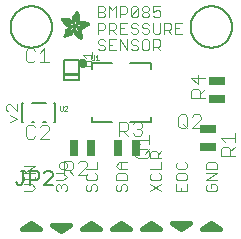
<source format=gbr>
G04 EAGLE Gerber RS-274X export*
G75*
%MOMM*%
%FSLAX34Y34*%
%LPD*%
%INSilkscreen Top*%
%IPPOS*%
%AMOC8*
5,1,8,0,0,1.08239X$1,22.5*%
G01*
%ADD10C,0.406400*%
%ADD11C,0.076200*%
%ADD12C,0.127000*%
%ADD13C,0.350000*%
%ADD14C,0.025400*%
%ADD15C,0.101600*%
%ADD16C,0.152400*%
%ADD17R,0.650000X1.400000*%
%ADD18R,1.400000X0.650000*%
%ADD19R,0.034300X0.003800*%
%ADD20R,0.057200X0.003800*%
%ADD21R,0.076200X0.003800*%
%ADD22R,0.091400X0.003800*%
%ADD23R,0.102900X0.003800*%
%ADD24R,0.114300X0.003900*%
%ADD25R,0.129500X0.003800*%
%ADD26R,0.137200X0.003800*%
%ADD27R,0.144800X0.003800*%
%ADD28R,0.152400X0.003800*%
%ADD29R,0.160000X0.003800*%
%ADD30R,0.171500X0.003800*%
%ADD31R,0.175300X0.003800*%
%ADD32R,0.182900X0.003800*%
%ADD33R,0.190500X0.003800*%
%ADD34R,0.194300X0.003900*%
%ADD35R,0.201900X0.003800*%
%ADD36R,0.209500X0.003800*%
%ADD37R,0.213400X0.003800*%
%ADD38R,0.221000X0.003800*%
%ADD39R,0.224800X0.003800*%
%ADD40R,0.232400X0.003800*%
%ADD41R,0.240000X0.003800*%
%ADD42R,0.243800X0.003800*%
%ADD43R,0.247600X0.003800*%
%ADD44R,0.255300X0.003900*%
%ADD45R,0.259100X0.003800*%
%ADD46R,0.262900X0.003800*%
%ADD47R,0.270500X0.003800*%
%ADD48R,0.274300X0.003800*%
%ADD49R,0.281900X0.003800*%
%ADD50R,0.285700X0.003800*%
%ADD51R,0.289500X0.003800*%
%ADD52R,0.297200X0.003800*%
%ADD53R,0.301000X0.003800*%
%ADD54R,0.304800X0.003900*%
%ADD55R,0.312400X0.003800*%
%ADD56R,0.316200X0.003800*%
%ADD57R,0.320000X0.003800*%
%ADD58R,0.327600X0.003800*%
%ADD59R,0.331500X0.003800*%
%ADD60R,0.339100X0.003800*%
%ADD61R,0.342900X0.003800*%
%ADD62R,0.346700X0.003800*%
%ADD63R,0.354300X0.003800*%
%ADD64R,0.358100X0.003900*%
%ADD65R,0.361900X0.003800*%
%ADD66R,0.369600X0.003800*%
%ADD67R,0.373400X0.003800*%
%ADD68R,0.377200X0.003800*%
%ADD69R,0.384800X0.003800*%
%ADD70R,0.388600X0.003800*%
%ADD71R,0.396200X0.003800*%
%ADD72R,0.400000X0.003800*%
%ADD73R,0.403800X0.003800*%
%ADD74R,0.411500X0.003900*%
%ADD75R,0.415300X0.003800*%
%ADD76R,0.419100X0.003800*%
%ADD77R,0.045700X0.003800*%
%ADD78R,0.426700X0.003800*%
%ADD79R,0.072400X0.003800*%
%ADD80R,0.430500X0.003800*%
%ADD81R,0.095300X0.003800*%
%ADD82R,0.438100X0.003800*%
%ADD83R,0.110500X0.003800*%
%ADD84R,0.441900X0.003800*%
%ADD85R,0.445800X0.003800*%
%ADD86R,0.144700X0.003800*%
%ADD87R,0.453400X0.003800*%
%ADD88R,0.457200X0.003800*%
%ADD89R,0.175300X0.003900*%
%ADD90R,0.461000X0.003900*%
%ADD91R,0.468600X0.003800*%
%ADD92R,0.205800X0.003800*%
%ADD93R,0.472400X0.003800*%
%ADD94R,0.217200X0.003800*%
%ADD95R,0.476200X0.003800*%
%ADD96R,0.483900X0.003800*%
%ADD97R,0.247700X0.003800*%
%ADD98R,0.487700X0.003800*%
%ADD99R,0.495300X0.003800*%
%ADD100R,0.499100X0.003800*%
%ADD101R,0.502900X0.003800*%
%ADD102R,0.510500X0.003800*%
%ADD103R,0.308600X0.003900*%
%ADD104R,0.514300X0.003900*%
%ADD105R,0.323800X0.003800*%
%ADD106R,0.518100X0.003800*%
%ADD107R,0.335300X0.003800*%
%ADD108R,0.525800X0.003800*%
%ADD109R,0.529600X0.003800*%
%ADD110R,0.358100X0.003800*%
%ADD111R,0.533400X0.003800*%
%ADD112R,0.537200X0.003800*%
%ADD113R,0.381000X0.003800*%
%ADD114R,0.544800X0.003800*%
%ADD115R,0.392400X0.003800*%
%ADD116R,0.548600X0.003800*%
%ADD117R,0.552400X0.003800*%
%ADD118R,0.556200X0.003800*%
%ADD119R,0.422900X0.003900*%
%ADD120R,0.560100X0.003900*%
%ADD121R,0.434300X0.003800*%
%ADD122R,0.563900X0.003800*%
%ADD123R,0.567700X0.003800*%
%ADD124R,0.461000X0.003800*%
%ADD125R,0.571500X0.003800*%
%ADD126R,0.575300X0.003800*%
%ADD127R,0.480100X0.003800*%
%ADD128R,0.579100X0.003800*%
%ADD129R,0.491500X0.003800*%
%ADD130R,0.582900X0.003800*%
%ADD131R,0.586700X0.003800*%
%ADD132R,0.510600X0.003800*%
%ADD133R,0.590500X0.003800*%
%ADD134R,0.522000X0.003800*%
%ADD135R,0.594300X0.003800*%
%ADD136R,0.533400X0.003900*%
%ADD137R,0.598200X0.003900*%
%ADD138R,0.541000X0.003800*%
%ADD139R,0.602000X0.003800*%
%ADD140R,0.552500X0.003800*%
%ADD141R,0.605800X0.003800*%
%ADD142R,0.560100X0.003800*%
%ADD143R,0.609600X0.003800*%
%ADD144R,0.613400X0.003800*%
%ADD145R,0.583000X0.003800*%
%ADD146R,0.617200X0.003800*%
%ADD147R,0.594400X0.003800*%
%ADD148R,0.621000X0.003800*%
%ADD149R,0.598200X0.003800*%
%ADD150R,0.624800X0.003800*%
%ADD151R,0.613500X0.003900*%
%ADD152R,0.628600X0.003900*%
%ADD153R,0.632400X0.003800*%
%ADD154R,0.628600X0.003800*%
%ADD155R,0.636300X0.003800*%
%ADD156R,0.640100X0.003800*%
%ADD157R,0.636200X0.003800*%
%ADD158R,0.643900X0.003800*%
%ADD159R,0.647700X0.003800*%
%ADD160R,0.651500X0.003800*%
%ADD161R,0.659100X0.003800*%
%ADD162R,0.659100X0.003900*%
%ADD163R,0.655300X0.003900*%
%ADD164R,0.662900X0.003800*%
%ADD165R,0.655300X0.003800*%
%ADD166R,0.670500X0.003800*%
%ADD167R,0.670600X0.003800*%
%ADD168R,0.674400X0.003800*%
%ADD169R,0.682000X0.003800*%
%ADD170R,0.666700X0.003800*%
%ADD171R,0.685800X0.003800*%
%ADD172R,0.689600X0.003800*%
%ADD173R,0.693400X0.003900*%
%ADD174R,0.674400X0.003900*%
%ADD175R,0.697200X0.003800*%
%ADD176R,0.678200X0.003800*%
%ADD177R,0.697300X0.003800*%
%ADD178R,0.701100X0.003800*%
%ADD179R,0.704900X0.003800*%
%ADD180R,0.708700X0.003800*%
%ADD181R,0.712500X0.003800*%
%ADD182R,0.716300X0.003800*%
%ADD183R,0.720100X0.003900*%
%ADD184R,0.689600X0.003900*%
%ADD185R,0.720000X0.003800*%
%ADD186R,0.693400X0.003800*%
%ADD187R,0.723900X0.003800*%
%ADD188R,0.727700X0.003800*%
%ADD189R,0.731500X0.003800*%
%ADD190R,0.701000X0.003800*%
%ADD191R,0.735300X0.003800*%
%ADD192R,0.731500X0.003900*%
%ADD193R,0.701000X0.003900*%
%ADD194R,0.704800X0.003800*%
%ADD195R,0.739100X0.003800*%
%ADD196R,0.743000X0.003800*%
%ADD197R,0.739200X0.003800*%
%ADD198R,0.743000X0.003900*%
%ADD199R,0.704800X0.003900*%
%ADD200R,0.746800X0.003800*%
%ADD201R,0.746800X0.003900*%
%ADD202R,0.742900X0.003800*%
%ADD203R,0.746700X0.003800*%
%ADD204R,0.746700X0.003900*%
%ADD205R,1.428800X0.003800*%
%ADD206R,1.424900X0.003800*%
%ADD207R,1.421100X0.003900*%
%ADD208R,1.421100X0.003800*%
%ADD209R,1.417300X0.003800*%
%ADD210R,1.413500X0.003800*%
%ADD211R,1.409700X0.003800*%
%ADD212R,1.405900X0.003800*%
%ADD213R,1.402100X0.003800*%
%ADD214R,1.398300X0.003800*%
%ADD215R,0.983000X0.003900*%
%ADD216R,0.384800X0.003900*%
%ADD217R,0.971600X0.003800*%
%ADD218R,0.963900X0.003800*%
%ADD219R,0.956300X0.003800*%
%ADD220R,0.365800X0.003800*%
%ADD221R,0.952500X0.003800*%
%ADD222R,0.941000X0.003800*%
%ADD223R,0.358200X0.003800*%
%ADD224R,0.937200X0.003800*%
%ADD225R,0.933400X0.003800*%
%ADD226R,0.354400X0.003800*%
%ADD227R,0.925800X0.003800*%
%ADD228R,0.350500X0.003800*%
%ADD229R,0.922000X0.003800*%
%ADD230R,0.918200X0.003900*%
%ADD231R,0.346700X0.003900*%
%ADD232R,0.910600X0.003800*%
%ADD233R,0.906800X0.003800*%
%ADD234R,0.903000X0.003800*%
%ADD235R,0.339000X0.003800*%
%ADD236R,0.895300X0.003800*%
%ADD237R,0.335200X0.003800*%
%ADD238R,0.887700X0.003800*%
%ADD239R,0.883900X0.003800*%
%ADD240R,0.331400X0.003800*%
%ADD241R,0.880100X0.003800*%
%ADD242R,0.876300X0.003800*%
%ADD243R,0.468600X0.003900*%
%ADD244R,0.396200X0.003900*%
%ADD245R,0.323800X0.003900*%
%ADD246R,0.449600X0.003800*%
%ADD247R,0.323900X0.003800*%
%ADD248R,0.442000X0.003800*%
%ADD249R,0.434400X0.003800*%
%ADD250R,0.320100X0.003800*%
%ADD251R,0.316300X0.003800*%
%ADD252R,0.426800X0.003800*%
%ADD253R,0.327700X0.003800*%
%ADD254R,0.312500X0.003800*%
%ADD255R,0.422900X0.003800*%
%ADD256R,0.308600X0.003800*%
%ADD257R,0.293400X0.003800*%
%ADD258R,0.304800X0.003800*%
%ADD259R,0.419100X0.003900*%
%ADD260R,0.285700X0.003900*%
%ADD261R,0.301000X0.003900*%
%ADD262R,0.411500X0.003800*%
%ADD263R,0.407700X0.003800*%
%ADD264R,0.289600X0.003800*%
%ADD265R,0.285800X0.003800*%
%ADD266R,0.403900X0.003800*%
%ADD267R,0.228600X0.003800*%
%ADD268R,0.403900X0.003900*%
%ADD269R,0.221000X0.003900*%
%ADD270R,0.278100X0.003900*%
%ADD271R,0.400100X0.003800*%
%ADD272R,0.209600X0.003800*%
%ADD273R,0.266700X0.003800*%
%ADD274R,0.038100X0.003800*%
%ADD275R,0.194300X0.003800*%
%ADD276R,0.148600X0.003800*%
%ADD277R,0.259000X0.003800*%
%ADD278R,0.182800X0.003800*%
%ADD279R,0.186700X0.003800*%
%ADD280R,0.251400X0.003800*%
%ADD281R,0.179100X0.003800*%
%ADD282R,0.236200X0.003800*%
%ADD283R,0.243900X0.003900*%
%ADD284R,0.282000X0.003900*%
%ADD285R,0.167700X0.003800*%
%ADD286R,0.236300X0.003800*%
%ADD287R,0.396300X0.003800*%
%ADD288R,0.163900X0.003800*%
%ADD289R,0.392500X0.003800*%
%ADD290R,0.160100X0.003800*%
%ADD291R,0.586800X0.003800*%
%ADD292R,0.148500X0.003800*%
%ADD293R,0.140900X0.003800*%
%ADD294R,0.392400X0.003900*%
%ADD295R,0.140900X0.003900*%
%ADD296R,0.647700X0.003900*%
%ADD297R,0.133300X0.003800*%
%ADD298R,0.674300X0.003800*%
%ADD299R,0.388700X0.003800*%
%ADD300R,0.125700X0.003800*%
%ADD301R,0.121900X0.003800*%
%ADD302R,0.720100X0.003800*%
%ADD303R,0.118100X0.003800*%
%ADD304R,0.118100X0.003900*%
%ADD305R,0.739100X0.003900*%
%ADD306R,0.114300X0.003800*%
%ADD307R,0.754400X0.003800*%
%ADD308R,0.765800X0.003800*%
%ADD309R,0.773400X0.003800*%
%ADD310R,0.784800X0.003800*%
%ADD311R,0.118200X0.003800*%
%ADD312R,0.792500X0.003800*%
%ADD313R,0.803900X0.003800*%
%ADD314R,0.122000X0.003800*%
%ADD315R,0.815400X0.003800*%
%ADD316R,0.125800X0.003800*%
%ADD317R,0.826800X0.003800*%
%ADD318R,0.369500X0.003900*%
%ADD319R,0.133400X0.003900*%
%ADD320R,0.842000X0.003900*%
%ADD321R,0.365700X0.003800*%
%ADD322R,1.009700X0.003800*%
%ADD323R,1.013500X0.003800*%
%ADD324R,0.362000X0.003800*%
%ADD325R,1.024900X0.003800*%
%ADD326R,1.028700X0.003800*%
%ADD327R,1.036300X0.003800*%
%ADD328R,1.047800X0.003800*%
%ADD329R,1.055400X0.003800*%
%ADD330R,1.070600X0.003800*%
%ADD331R,0.030500X0.003800*%
%ADD332R,1.436400X0.003800*%
%ADD333R,1.562100X0.003900*%
%ADD334R,1.588700X0.003800*%
%ADD335R,1.607800X0.003800*%
%ADD336R,1.626900X0.003800*%
%ADD337R,1.642100X0.003800*%
%ADD338R,1.657400X0.003800*%
%ADD339R,1.676400X0.003800*%
%ADD340R,1.687800X0.003800*%
%ADD341R,1.703000X0.003800*%
%ADD342R,1.714500X0.003800*%
%ADD343R,1.726000X0.003900*%
%ADD344R,1.741200X0.003800*%
%ADD345R,0.914400X0.003800*%
%ADD346R,0.769600X0.003800*%
%ADD347R,0.884000X0.003800*%
%ADD348R,0.712400X0.003800*%
%ADD349R,0.880100X0.003900*%
%ADD350R,0.887800X0.003800*%
%ADD351R,0.891600X0.003800*%
%ADD352R,0.895400X0.003800*%
%ADD353R,0.251500X0.003800*%
%ADD354R,0.579200X0.003900*%
%ADD355R,0.243900X0.003800*%
%ADD356R,0.556300X0.003800*%
%ADD357R,0.255200X0.003800*%
%ADD358R,0.529500X0.003800*%
%ADD359R,0.731600X0.003800*%
%ADD360R,0.525800X0.003900*%
%ADD361R,0.281900X0.003900*%
%ADD362R,0.735400X0.003900*%
%ADD363R,0.300900X0.003800*%
%ADD364R,0.762000X0.003800*%
%ADD365R,0.518200X0.003800*%
%ADD366R,0.350600X0.003800*%
%ADD367R,0.796300X0.003800*%
%ADD368R,0.807800X0.003800*%
%ADD369R,0.506700X0.003800*%
%ADD370R,0.849600X0.003800*%
%ADD371R,0.506700X0.003900*%
%ADD372R,1.371600X0.003900*%
%ADD373R,1.207800X0.003800*%
%ADD374R,0.503000X0.003800*%
%ADD375R,0.141000X0.003800*%
%ADD376R,1.203900X0.003800*%
%ADD377R,1.204000X0.003800*%
%ADD378R,1.200200X0.003800*%
%ADD379R,0.499100X0.003900*%
%ADD380R,0.156200X0.003900*%
%ADD381R,1.196400X0.003900*%
%ADD382R,1.196400X0.003800*%
%ADD383R,0.163800X0.003800*%
%ADD384R,0.167600X0.003800*%
%ADD385R,1.192500X0.003800*%
%ADD386R,0.499200X0.003800*%
%ADD387R,1.188700X0.003800*%
%ADD388R,0.506800X0.003800*%
%ADD389R,1.184900X0.003800*%
%ADD390R,0.510600X0.003900*%
%ADD391R,0.209600X0.003900*%
%ADD392R,1.181100X0.003900*%
%ADD393R,0.514400X0.003800*%
%ADD394R,1.181100X0.003800*%
%ADD395R,1.177300X0.003800*%
%ADD396R,0.240100X0.003800*%
%ADD397R,1.173500X0.003800*%
%ADD398R,1.169700X0.003800*%
%ADD399R,1.165900X0.003800*%
%ADD400R,1.162100X0.003800*%
%ADD401R,0.929700X0.003900*%
%ADD402R,1.162100X0.003900*%
%ADD403R,0.929700X0.003800*%
%ADD404R,1.154500X0.003800*%
%ADD405R,0.933500X0.003800*%
%ADD406R,1.150600X0.003800*%
%ADD407R,0.937300X0.003800*%
%ADD408R,1.146800X0.003800*%
%ADD409R,0.941100X0.003800*%
%ADD410R,1.139200X0.003800*%
%ADD411R,0.944900X0.003800*%
%ADD412R,1.135400X0.003800*%
%ADD413R,0.948700X0.003800*%
%ADD414R,1.127800X0.003800*%
%ADD415R,1.124000X0.003800*%
%ADD416R,1.116400X0.003800*%
%ADD417R,0.956300X0.003900*%
%ADD418R,1.104900X0.003900*%
%ADD419R,0.960100X0.003800*%
%ADD420R,1.093500X0.003800*%
%ADD421R,1.085900X0.003800*%
%ADD422R,0.967800X0.003800*%
%ADD423R,1.074500X0.003800*%
%ADD424R,1.063000X0.003800*%
%ADD425R,0.975400X0.003800*%
%ADD426R,1.036400X0.003800*%
%ADD427R,0.979200X0.003800*%
%ADD428R,1.021000X0.003800*%
%ADD429R,0.983000X0.003800*%
%ADD430R,1.009600X0.003800*%
%ADD431R,0.986800X0.003800*%
%ADD432R,0.998200X0.003800*%
%ADD433R,0.990600X0.003900*%
%ADD434R,0.986700X0.003900*%
%ADD435R,0.994400X0.003800*%
%ADD436R,0.975300X0.003800*%
%ADD437R,0.948600X0.003800*%
%ADD438R,1.002000X0.003800*%
%ADD439R,0.213300X0.003800*%
%ADD440R,0.217100X0.003800*%
%ADD441R,1.017300X0.003800*%
%ADD442R,0.666800X0.003800*%
%ADD443R,0.220900X0.003800*%
%ADD444R,1.028700X0.003900*%
%ADD445R,0.224700X0.003900*%
%ADD446R,1.032500X0.003800*%
%ADD447R,1.040100X0.003800*%
%ADD448R,1.043900X0.003800*%
%ADD449R,0.548700X0.003800*%
%ADD450R,1.051500X0.003800*%
%ADD451R,1.055300X0.003800*%
%ADD452R,1.059100X0.003800*%
%ADD453R,1.062900X0.003800*%
%ADD454R,0.255300X0.003800*%
%ADD455R,1.066800X0.003900*%
%ADD456R,0.259100X0.003900*%
%ADD457R,0.457200X0.003900*%
%ADD458R,0.423000X0.003800*%
%ADD459R,1.082100X0.003800*%
%ADD460R,0.274400X0.003800*%
%ADD461R,0.278200X0.003800*%
%ADD462R,1.101100X0.003800*%
%ADD463R,0.278100X0.003800*%
%ADD464R,0.876300X0.003900*%
%ADD465R,0.236200X0.003900*%
%ADD466R,0.289600X0.003900*%
%ADD467R,0.247700X0.003900*%
%ADD468R,0.049500X0.003800*%
%ADD469R,0.640100X0.003900*%
%ADD470R,0.659200X0.003800*%
%ADD471R,0.663000X0.003800*%
%ADD472R,0.872500X0.003900*%
%ADD473R,0.666800X0.003900*%
%ADD474R,0.872500X0.003800*%
%ADD475R,0.868700X0.003800*%
%ADD476R,0.864900X0.003800*%
%ADD477R,0.861100X0.003800*%
%ADD478R,0.857300X0.003800*%
%ADD479R,0.853400X0.003800*%
%ADD480R,0.845800X0.003800*%
%ADD481R,0.682000X0.003900*%
%ADD482R,0.842000X0.003800*%
%ADD483R,0.834400X0.003800*%
%ADD484R,0.823000X0.003800*%
%ADD485R,0.815300X0.003800*%
%ADD486R,0.811500X0.003800*%
%ADD487R,0.788700X0.003800*%
%ADD488R,0.777300X0.003900*%
%ADD489R,0.750600X0.003800*%
%ADD490R,0.735400X0.003800*%
%ADD491R,0.727800X0.003800*%
%ADD492R,0.628700X0.003800*%
%ADD493R,0.575400X0.003800*%
%ADD494R,0.670600X0.003900*%
%ADD495R,0.655400X0.003800*%
%ADD496R,0.651500X0.003900*%
%ADD497R,0.624800X0.003900*%
%ADD498R,0.594400X0.003900*%
%ADD499R,0.563900X0.003900*%
%ADD500R,0.541100X0.003800*%
%ADD501R,0.537300X0.003800*%
%ADD502R,0.525700X0.003800*%
%ADD503R,0.525700X0.003900*%
%ADD504R,0.514300X0.003800*%
%ADD505R,0.480100X0.003900*%
%ADD506R,0.464800X0.003800*%
%ADD507R,0.442000X0.003900*%
%ADD508R,0.438200X0.003800*%
%ADD509R,0.430600X0.003800*%
%ADD510R,0.407600X0.003800*%
%ADD511R,0.403800X0.003900*%
%ADD512R,0.365700X0.003900*%
%ADD513R,0.327700X0.003900*%
%ADD514R,0.243800X0.003900*%
%ADD515R,0.205800X0.003900*%
%ADD516R,0.198100X0.003800*%
%ADD517R,0.163800X0.003900*%
%ADD518R,0.137100X0.003800*%
%ADD519R,0.091500X0.003900*%
%ADD520R,0.060900X0.003800*%


D10*
X43180Y10160D02*
X58420Y10160D01*
X50800Y5080D01*
X43180Y10160D01*
X68580Y6350D02*
X76200Y11430D01*
X68580Y6350D02*
X83820Y6350D01*
X76200Y11430D01*
X93980Y6350D02*
X101600Y11430D01*
X93980Y6350D02*
X109220Y6350D01*
X101600Y11430D01*
X25400Y11430D02*
X17780Y6350D01*
X33020Y6350D01*
X25400Y11430D01*
X119380Y6350D02*
X127000Y11430D01*
X119380Y6350D02*
X134620Y6350D01*
X127000Y11430D01*
X144780Y11430D02*
X160020Y11430D01*
X152400Y6350D01*
X144780Y11430D01*
X170180Y6350D02*
X177800Y11430D01*
X170180Y6350D02*
X185420Y6350D01*
X177800Y11430D01*
D11*
X25694Y38481D02*
X19423Y38481D01*
X25694Y38481D02*
X28829Y41616D01*
X25694Y44752D01*
X19423Y44752D01*
X28829Y47836D02*
X28829Y50972D01*
X28829Y49404D02*
X19423Y49404D01*
X19423Y47836D02*
X19423Y50972D01*
X19423Y54073D02*
X28829Y54073D01*
X28829Y60344D02*
X19423Y54073D01*
X19423Y60344D02*
X28829Y60344D01*
X71493Y43184D02*
X73061Y44752D01*
X71493Y43184D02*
X71493Y40049D01*
X73061Y38481D01*
X74628Y38481D01*
X76196Y40049D01*
X76196Y43184D01*
X77764Y44752D01*
X79331Y44752D01*
X80899Y43184D01*
X80899Y40049D01*
X79331Y38481D01*
X71493Y52539D02*
X73061Y54107D01*
X71493Y52539D02*
X71493Y49404D01*
X73061Y47836D01*
X79331Y47836D01*
X80899Y49404D01*
X80899Y52539D01*
X79331Y54107D01*
X80899Y57191D02*
X71493Y57191D01*
X80899Y57191D02*
X80899Y63462D01*
X98461Y44752D02*
X96893Y43184D01*
X96893Y40049D01*
X98461Y38481D01*
X100028Y38481D01*
X101596Y40049D01*
X101596Y43184D01*
X103164Y44752D01*
X104731Y44752D01*
X106299Y43184D01*
X106299Y40049D01*
X104731Y38481D01*
X106299Y47836D02*
X96893Y47836D01*
X106299Y47836D02*
X106299Y52539D01*
X104731Y54107D01*
X98461Y54107D01*
X96893Y52539D01*
X96893Y47836D01*
X100028Y57191D02*
X106299Y57191D01*
X100028Y57191D02*
X96893Y60327D01*
X100028Y63462D01*
X106299Y63462D01*
X101596Y63462D02*
X101596Y57191D01*
X126103Y38481D02*
X135509Y44752D01*
X135509Y38481D02*
X126103Y44752D01*
X126103Y52539D02*
X127671Y54107D01*
X126103Y52539D02*
X126103Y49404D01*
X127671Y47836D01*
X133941Y47836D01*
X135509Y49404D01*
X135509Y52539D01*
X133941Y54107D01*
X135509Y57191D02*
X126103Y57191D01*
X135509Y57191D02*
X135509Y63462D01*
X135509Y66547D02*
X126103Y66547D01*
X126103Y71250D01*
X127671Y72817D01*
X130806Y72817D01*
X132374Y71250D01*
X132374Y66547D01*
X132374Y69682D02*
X135509Y72817D01*
X147693Y44752D02*
X147693Y38481D01*
X157099Y38481D01*
X157099Y44752D01*
X152396Y41616D02*
X152396Y38481D01*
X147693Y49404D02*
X147693Y52539D01*
X147693Y49404D02*
X149261Y47836D01*
X155531Y47836D01*
X157099Y49404D01*
X157099Y52539D01*
X155531Y54107D01*
X149261Y54107D01*
X147693Y52539D01*
X147693Y61894D02*
X149261Y63462D01*
X147693Y61894D02*
X147693Y58759D01*
X149261Y57191D01*
X155531Y57191D01*
X157099Y58759D01*
X157099Y61894D01*
X155531Y63462D01*
X174661Y44752D02*
X173093Y43184D01*
X173093Y40049D01*
X174661Y38481D01*
X180931Y38481D01*
X182499Y40049D01*
X182499Y43184D01*
X180931Y44752D01*
X177796Y44752D01*
X177796Y41616D01*
X182499Y47836D02*
X173093Y47836D01*
X182499Y54107D01*
X173093Y54107D01*
X173093Y57191D02*
X182499Y57191D01*
X182499Y61894D01*
X180931Y63462D01*
X174661Y63462D01*
X173093Y61894D01*
X173093Y57191D01*
X81661Y185801D02*
X81661Y195207D01*
X86364Y195207D01*
X87932Y193639D01*
X87932Y192072D01*
X86364Y190504D01*
X87932Y188936D01*
X87932Y187369D01*
X86364Y185801D01*
X81661Y185801D01*
X81661Y190504D02*
X86364Y190504D01*
X91016Y185801D02*
X91016Y195207D01*
X94152Y192072D01*
X97287Y195207D01*
X97287Y185801D01*
X100371Y185801D02*
X100371Y195207D01*
X105074Y195207D01*
X106642Y193639D01*
X106642Y190504D01*
X105074Y188936D01*
X100371Y188936D01*
X109727Y187369D02*
X109727Y193639D01*
X111294Y195207D01*
X114430Y195207D01*
X115997Y193639D01*
X115997Y187369D01*
X114430Y185801D01*
X111294Y185801D01*
X109727Y187369D01*
X115997Y193639D01*
X119082Y193639D02*
X120649Y195207D01*
X123785Y195207D01*
X125352Y193639D01*
X125352Y192072D01*
X123785Y190504D01*
X125352Y188936D01*
X125352Y187369D01*
X123785Y185801D01*
X120649Y185801D01*
X119082Y187369D01*
X119082Y188936D01*
X120649Y190504D01*
X119082Y192072D01*
X119082Y193639D01*
X120649Y190504D02*
X123785Y190504D01*
X128437Y195207D02*
X134708Y195207D01*
X128437Y195207D02*
X128437Y190504D01*
X131572Y192072D01*
X133140Y192072D01*
X134708Y190504D01*
X134708Y187369D01*
X133140Y185801D01*
X130005Y185801D01*
X128437Y187369D01*
X81661Y181237D02*
X81661Y171831D01*
X81661Y181237D02*
X86364Y181237D01*
X87932Y179669D01*
X87932Y176534D01*
X86364Y174966D01*
X81661Y174966D01*
X91016Y171831D02*
X91016Y181237D01*
X95719Y181237D01*
X97287Y179669D01*
X97287Y176534D01*
X95719Y174966D01*
X91016Y174966D01*
X94152Y174966D02*
X97287Y171831D01*
X100371Y181237D02*
X106642Y181237D01*
X100371Y181237D02*
X100371Y171831D01*
X106642Y171831D01*
X103507Y176534D02*
X100371Y176534D01*
X114430Y181237D02*
X115997Y179669D01*
X114430Y181237D02*
X111294Y181237D01*
X109727Y179669D01*
X109727Y178102D01*
X111294Y176534D01*
X114430Y176534D01*
X115997Y174966D01*
X115997Y173399D01*
X114430Y171831D01*
X111294Y171831D01*
X109727Y173399D01*
X123785Y181237D02*
X125352Y179669D01*
X123785Y181237D02*
X120649Y181237D01*
X119082Y179669D01*
X119082Y178102D01*
X120649Y176534D01*
X123785Y176534D01*
X125352Y174966D01*
X125352Y173399D01*
X123785Y171831D01*
X120649Y171831D01*
X119082Y173399D01*
X128437Y173399D02*
X128437Y181237D01*
X128437Y173399D02*
X130005Y171831D01*
X133140Y171831D01*
X134708Y173399D01*
X134708Y181237D01*
X137792Y181237D02*
X137792Y171831D01*
X137792Y181237D02*
X142495Y181237D01*
X144063Y179669D01*
X144063Y176534D01*
X142495Y174966D01*
X137792Y174966D01*
X140927Y174966D02*
X144063Y171831D01*
X147147Y181237D02*
X153418Y181237D01*
X147147Y181237D02*
X147147Y171831D01*
X153418Y171831D01*
X150283Y176534D02*
X147147Y176534D01*
X87932Y165699D02*
X86364Y167267D01*
X83229Y167267D01*
X81661Y165699D01*
X81661Y164132D01*
X83229Y162564D01*
X86364Y162564D01*
X87932Y160996D01*
X87932Y159429D01*
X86364Y157861D01*
X83229Y157861D01*
X81661Y159429D01*
X91016Y167267D02*
X97287Y167267D01*
X91016Y167267D02*
X91016Y157861D01*
X97287Y157861D01*
X94152Y162564D02*
X91016Y162564D01*
X100371Y157861D02*
X100371Y167267D01*
X106642Y157861D01*
X106642Y167267D01*
X114430Y167267D02*
X115997Y165699D01*
X114430Y167267D02*
X111294Y167267D01*
X109727Y165699D01*
X109727Y164132D01*
X111294Y162564D01*
X114430Y162564D01*
X115997Y160996D01*
X115997Y159429D01*
X114430Y157861D01*
X111294Y157861D01*
X109727Y159429D01*
X120649Y167267D02*
X123785Y167267D01*
X120649Y167267D02*
X119082Y165699D01*
X119082Y159429D01*
X120649Y157861D01*
X123785Y157861D01*
X125352Y159429D01*
X125352Y165699D01*
X123785Y167267D01*
X128437Y167267D02*
X128437Y157861D01*
X128437Y167267D02*
X133140Y167267D01*
X134708Y165699D01*
X134708Y162564D01*
X133140Y160996D01*
X128437Y160996D01*
X131572Y160996D02*
X134708Y157861D01*
X46093Y40049D02*
X47661Y38481D01*
X46093Y40049D02*
X46093Y43184D01*
X47661Y44752D01*
X49228Y44752D01*
X50796Y43184D01*
X50796Y41616D01*
X50796Y43184D02*
X52364Y44752D01*
X53931Y44752D01*
X55499Y43184D01*
X55499Y40049D01*
X53931Y38481D01*
X52364Y47836D02*
X46093Y47836D01*
X52364Y47836D02*
X55499Y50972D01*
X52364Y54107D01*
X46093Y54107D01*
X55499Y58759D02*
X55499Y61894D01*
X53931Y63462D01*
X50796Y63462D01*
X49228Y61894D01*
X49228Y58759D01*
X50796Y57191D01*
X53931Y57191D01*
X55499Y58759D01*
X13589Y100036D02*
X7318Y96901D01*
X7318Y103172D02*
X13589Y100036D01*
X13589Y106256D02*
X13589Y112527D01*
X13589Y106256D02*
X7318Y112527D01*
X5751Y112527D01*
X4183Y110959D01*
X4183Y107824D01*
X5751Y106256D01*
D12*
X76600Y146920D02*
X94100Y146920D01*
X76600Y146920D02*
X76600Y141920D01*
X109100Y146920D02*
X126600Y146920D01*
X126600Y141920D01*
X76600Y101920D02*
X76600Y96920D01*
X94100Y96920D01*
X109100Y96920D02*
X126600Y96920D01*
X126600Y101920D01*
D13*
X67100Y146920D02*
X67102Y147009D01*
X67108Y147098D01*
X67118Y147187D01*
X67132Y147275D01*
X67149Y147362D01*
X67171Y147448D01*
X67197Y147534D01*
X67226Y147618D01*
X67259Y147701D01*
X67295Y147782D01*
X67336Y147862D01*
X67379Y147939D01*
X67426Y148015D01*
X67477Y148088D01*
X67530Y148159D01*
X67587Y148228D01*
X67647Y148294D01*
X67710Y148358D01*
X67775Y148418D01*
X67843Y148476D01*
X67914Y148530D01*
X67987Y148581D01*
X68062Y148629D01*
X68139Y148674D01*
X68218Y148715D01*
X68299Y148752D01*
X68381Y148786D01*
X68465Y148817D01*
X68550Y148843D01*
X68636Y148866D01*
X68723Y148884D01*
X68811Y148899D01*
X68900Y148910D01*
X68989Y148917D01*
X69078Y148920D01*
X69167Y148919D01*
X69256Y148914D01*
X69344Y148905D01*
X69433Y148892D01*
X69520Y148875D01*
X69607Y148855D01*
X69693Y148830D01*
X69777Y148802D01*
X69860Y148770D01*
X69942Y148734D01*
X70022Y148695D01*
X70100Y148652D01*
X70176Y148606D01*
X70250Y148556D01*
X70322Y148503D01*
X70391Y148447D01*
X70458Y148388D01*
X70522Y148326D01*
X70583Y148262D01*
X70642Y148194D01*
X70697Y148124D01*
X70749Y148052D01*
X70798Y147977D01*
X70843Y147901D01*
X70885Y147822D01*
X70923Y147742D01*
X70958Y147660D01*
X70989Y147576D01*
X71017Y147491D01*
X71040Y147405D01*
X71060Y147318D01*
X71076Y147231D01*
X71088Y147142D01*
X71096Y147054D01*
X71100Y146965D01*
X71100Y146875D01*
X71096Y146786D01*
X71088Y146698D01*
X71076Y146609D01*
X71060Y146522D01*
X71040Y146435D01*
X71017Y146349D01*
X70989Y146264D01*
X70958Y146180D01*
X70923Y146098D01*
X70885Y146018D01*
X70843Y145939D01*
X70798Y145863D01*
X70749Y145788D01*
X70697Y145716D01*
X70642Y145646D01*
X70583Y145578D01*
X70522Y145514D01*
X70458Y145452D01*
X70391Y145393D01*
X70322Y145337D01*
X70250Y145284D01*
X70176Y145234D01*
X70100Y145188D01*
X70022Y145145D01*
X69942Y145106D01*
X69860Y145070D01*
X69777Y145038D01*
X69693Y145010D01*
X69607Y144985D01*
X69520Y144965D01*
X69433Y144948D01*
X69344Y144935D01*
X69256Y144926D01*
X69167Y144921D01*
X69078Y144920D01*
X68989Y144923D01*
X68900Y144930D01*
X68811Y144941D01*
X68723Y144956D01*
X68636Y144974D01*
X68550Y144997D01*
X68465Y145023D01*
X68381Y145054D01*
X68299Y145088D01*
X68218Y145125D01*
X68139Y145166D01*
X68062Y145211D01*
X67987Y145259D01*
X67914Y145310D01*
X67843Y145364D01*
X67775Y145422D01*
X67710Y145482D01*
X67647Y145546D01*
X67587Y145612D01*
X67530Y145681D01*
X67477Y145752D01*
X67426Y145825D01*
X67379Y145901D01*
X67336Y145978D01*
X67295Y146058D01*
X67259Y146139D01*
X67226Y146222D01*
X67197Y146306D01*
X67171Y146392D01*
X67149Y146478D01*
X67132Y146565D01*
X67118Y146653D01*
X67108Y146742D01*
X67102Y146831D01*
X67100Y146920D01*
D14*
X76327Y150623D02*
X76327Y153800D01*
X76327Y150623D02*
X76963Y149987D01*
X78234Y149987D01*
X78869Y150623D01*
X78869Y153800D01*
X80069Y152529D02*
X81340Y153800D01*
X81340Y149987D01*
X80069Y149987D02*
X82611Y149987D01*
D15*
X28624Y157573D02*
X26675Y159522D01*
X22777Y159522D01*
X20828Y157573D01*
X20828Y149777D01*
X22777Y147828D01*
X26675Y147828D01*
X28624Y149777D01*
X32522Y155624D02*
X36420Y159522D01*
X36420Y147828D01*
X32522Y147828D02*
X40318Y147828D01*
D16*
X7900Y177800D02*
X7905Y178229D01*
X7921Y178659D01*
X7947Y179087D01*
X7984Y179515D01*
X8032Y179942D01*
X8089Y180368D01*
X8158Y180792D01*
X8236Y181214D01*
X8325Y181634D01*
X8424Y182052D01*
X8534Y182467D01*
X8654Y182880D01*
X8783Y183289D01*
X8923Y183696D01*
X9073Y184098D01*
X9232Y184497D01*
X9401Y184892D01*
X9580Y185282D01*
X9769Y185668D01*
X9966Y186049D01*
X10173Y186426D01*
X10390Y186797D01*
X10615Y187162D01*
X10849Y187522D01*
X11092Y187877D01*
X11344Y188225D01*
X11604Y188567D01*
X11872Y188902D01*
X12149Y189231D01*
X12433Y189552D01*
X12726Y189867D01*
X13026Y190174D01*
X13333Y190474D01*
X13648Y190767D01*
X13969Y191051D01*
X14298Y191328D01*
X14633Y191596D01*
X14975Y191856D01*
X15323Y192108D01*
X15678Y192351D01*
X16038Y192585D01*
X16403Y192810D01*
X16774Y193027D01*
X17151Y193234D01*
X17532Y193431D01*
X17918Y193620D01*
X18308Y193799D01*
X18703Y193968D01*
X19102Y194127D01*
X19504Y194277D01*
X19911Y194417D01*
X20320Y194546D01*
X20733Y194666D01*
X21148Y194776D01*
X21566Y194875D01*
X21986Y194964D01*
X22408Y195042D01*
X22832Y195111D01*
X23258Y195168D01*
X23685Y195216D01*
X24113Y195253D01*
X24541Y195279D01*
X24971Y195295D01*
X25400Y195300D01*
X25829Y195295D01*
X26259Y195279D01*
X26687Y195253D01*
X27115Y195216D01*
X27542Y195168D01*
X27968Y195111D01*
X28392Y195042D01*
X28814Y194964D01*
X29234Y194875D01*
X29652Y194776D01*
X30067Y194666D01*
X30480Y194546D01*
X30889Y194417D01*
X31296Y194277D01*
X31698Y194127D01*
X32097Y193968D01*
X32492Y193799D01*
X32882Y193620D01*
X33268Y193431D01*
X33649Y193234D01*
X34026Y193027D01*
X34397Y192810D01*
X34762Y192585D01*
X35122Y192351D01*
X35477Y192108D01*
X35825Y191856D01*
X36167Y191596D01*
X36502Y191328D01*
X36831Y191051D01*
X37152Y190767D01*
X37467Y190474D01*
X37774Y190174D01*
X38074Y189867D01*
X38367Y189552D01*
X38651Y189231D01*
X38928Y188902D01*
X39196Y188567D01*
X39456Y188225D01*
X39708Y187877D01*
X39951Y187522D01*
X40185Y187162D01*
X40410Y186797D01*
X40627Y186426D01*
X40834Y186049D01*
X41031Y185668D01*
X41220Y185282D01*
X41399Y184892D01*
X41568Y184497D01*
X41727Y184098D01*
X41877Y183696D01*
X42017Y183289D01*
X42146Y182880D01*
X42266Y182467D01*
X42376Y182052D01*
X42475Y181634D01*
X42564Y181214D01*
X42642Y180792D01*
X42711Y180368D01*
X42768Y179942D01*
X42816Y179515D01*
X42853Y179087D01*
X42879Y178659D01*
X42895Y178229D01*
X42900Y177800D01*
X42895Y177371D01*
X42879Y176941D01*
X42853Y176513D01*
X42816Y176085D01*
X42768Y175658D01*
X42711Y175232D01*
X42642Y174808D01*
X42564Y174386D01*
X42475Y173966D01*
X42376Y173548D01*
X42266Y173133D01*
X42146Y172720D01*
X42017Y172311D01*
X41877Y171904D01*
X41727Y171502D01*
X41568Y171103D01*
X41399Y170708D01*
X41220Y170318D01*
X41031Y169932D01*
X40834Y169551D01*
X40627Y169174D01*
X40410Y168803D01*
X40185Y168438D01*
X39951Y168078D01*
X39708Y167723D01*
X39456Y167375D01*
X39196Y167033D01*
X38928Y166698D01*
X38651Y166369D01*
X38367Y166048D01*
X38074Y165733D01*
X37774Y165426D01*
X37467Y165126D01*
X37152Y164833D01*
X36831Y164549D01*
X36502Y164272D01*
X36167Y164004D01*
X35825Y163744D01*
X35477Y163492D01*
X35122Y163249D01*
X34762Y163015D01*
X34397Y162790D01*
X34026Y162573D01*
X33649Y162366D01*
X33268Y162169D01*
X32882Y161980D01*
X32492Y161801D01*
X32097Y161632D01*
X31698Y161473D01*
X31296Y161323D01*
X30889Y161183D01*
X30480Y161054D01*
X30067Y160934D01*
X29652Y160824D01*
X29234Y160725D01*
X28814Y160636D01*
X28392Y160558D01*
X27968Y160489D01*
X27542Y160432D01*
X27115Y160384D01*
X26687Y160347D01*
X26259Y160321D01*
X25829Y160305D01*
X25400Y160300D01*
X24971Y160305D01*
X24541Y160321D01*
X24113Y160347D01*
X23685Y160384D01*
X23258Y160432D01*
X22832Y160489D01*
X22408Y160558D01*
X21986Y160636D01*
X21566Y160725D01*
X21148Y160824D01*
X20733Y160934D01*
X20320Y161054D01*
X19911Y161183D01*
X19504Y161323D01*
X19102Y161473D01*
X18703Y161632D01*
X18308Y161801D01*
X17918Y161980D01*
X17532Y162169D01*
X17151Y162366D01*
X16774Y162573D01*
X16403Y162790D01*
X16038Y163015D01*
X15678Y163249D01*
X15323Y163492D01*
X14975Y163744D01*
X14633Y164004D01*
X14298Y164272D01*
X13969Y164549D01*
X13648Y164833D01*
X13333Y165126D01*
X13026Y165426D01*
X12726Y165733D01*
X12433Y166048D01*
X12149Y166369D01*
X11872Y166698D01*
X11604Y167033D01*
X11344Y167375D01*
X11092Y167723D01*
X10849Y168078D01*
X10615Y168438D01*
X10390Y168803D01*
X10173Y169174D01*
X9966Y169551D01*
X9769Y169932D01*
X9580Y170318D01*
X9401Y170708D01*
X9232Y171103D01*
X9073Y171502D01*
X8923Y171904D01*
X8783Y172311D01*
X8654Y172720D01*
X8534Y173133D01*
X8424Y173548D01*
X8325Y173966D01*
X8236Y174386D01*
X8158Y174808D01*
X8089Y175232D01*
X8032Y175658D01*
X7984Y176085D01*
X7947Y176513D01*
X7921Y176941D01*
X7905Y177371D01*
X7900Y177800D01*
X160300Y177800D02*
X160305Y178229D01*
X160321Y178659D01*
X160347Y179087D01*
X160384Y179515D01*
X160432Y179942D01*
X160489Y180368D01*
X160558Y180792D01*
X160636Y181214D01*
X160725Y181634D01*
X160824Y182052D01*
X160934Y182467D01*
X161054Y182880D01*
X161183Y183289D01*
X161323Y183696D01*
X161473Y184098D01*
X161632Y184497D01*
X161801Y184892D01*
X161980Y185282D01*
X162169Y185668D01*
X162366Y186049D01*
X162573Y186426D01*
X162790Y186797D01*
X163015Y187162D01*
X163249Y187522D01*
X163492Y187877D01*
X163744Y188225D01*
X164004Y188567D01*
X164272Y188902D01*
X164549Y189231D01*
X164833Y189552D01*
X165126Y189867D01*
X165426Y190174D01*
X165733Y190474D01*
X166048Y190767D01*
X166369Y191051D01*
X166698Y191328D01*
X167033Y191596D01*
X167375Y191856D01*
X167723Y192108D01*
X168078Y192351D01*
X168438Y192585D01*
X168803Y192810D01*
X169174Y193027D01*
X169551Y193234D01*
X169932Y193431D01*
X170318Y193620D01*
X170708Y193799D01*
X171103Y193968D01*
X171502Y194127D01*
X171904Y194277D01*
X172311Y194417D01*
X172720Y194546D01*
X173133Y194666D01*
X173548Y194776D01*
X173966Y194875D01*
X174386Y194964D01*
X174808Y195042D01*
X175232Y195111D01*
X175658Y195168D01*
X176085Y195216D01*
X176513Y195253D01*
X176941Y195279D01*
X177371Y195295D01*
X177800Y195300D01*
X178229Y195295D01*
X178659Y195279D01*
X179087Y195253D01*
X179515Y195216D01*
X179942Y195168D01*
X180368Y195111D01*
X180792Y195042D01*
X181214Y194964D01*
X181634Y194875D01*
X182052Y194776D01*
X182467Y194666D01*
X182880Y194546D01*
X183289Y194417D01*
X183696Y194277D01*
X184098Y194127D01*
X184497Y193968D01*
X184892Y193799D01*
X185282Y193620D01*
X185668Y193431D01*
X186049Y193234D01*
X186426Y193027D01*
X186797Y192810D01*
X187162Y192585D01*
X187522Y192351D01*
X187877Y192108D01*
X188225Y191856D01*
X188567Y191596D01*
X188902Y191328D01*
X189231Y191051D01*
X189552Y190767D01*
X189867Y190474D01*
X190174Y190174D01*
X190474Y189867D01*
X190767Y189552D01*
X191051Y189231D01*
X191328Y188902D01*
X191596Y188567D01*
X191856Y188225D01*
X192108Y187877D01*
X192351Y187522D01*
X192585Y187162D01*
X192810Y186797D01*
X193027Y186426D01*
X193234Y186049D01*
X193431Y185668D01*
X193620Y185282D01*
X193799Y184892D01*
X193968Y184497D01*
X194127Y184098D01*
X194277Y183696D01*
X194417Y183289D01*
X194546Y182880D01*
X194666Y182467D01*
X194776Y182052D01*
X194875Y181634D01*
X194964Y181214D01*
X195042Y180792D01*
X195111Y180368D01*
X195168Y179942D01*
X195216Y179515D01*
X195253Y179087D01*
X195279Y178659D01*
X195295Y178229D01*
X195300Y177800D01*
X195295Y177371D01*
X195279Y176941D01*
X195253Y176513D01*
X195216Y176085D01*
X195168Y175658D01*
X195111Y175232D01*
X195042Y174808D01*
X194964Y174386D01*
X194875Y173966D01*
X194776Y173548D01*
X194666Y173133D01*
X194546Y172720D01*
X194417Y172311D01*
X194277Y171904D01*
X194127Y171502D01*
X193968Y171103D01*
X193799Y170708D01*
X193620Y170318D01*
X193431Y169932D01*
X193234Y169551D01*
X193027Y169174D01*
X192810Y168803D01*
X192585Y168438D01*
X192351Y168078D01*
X192108Y167723D01*
X191856Y167375D01*
X191596Y167033D01*
X191328Y166698D01*
X191051Y166369D01*
X190767Y166048D01*
X190474Y165733D01*
X190174Y165426D01*
X189867Y165126D01*
X189552Y164833D01*
X189231Y164549D01*
X188902Y164272D01*
X188567Y164004D01*
X188225Y163744D01*
X187877Y163492D01*
X187522Y163249D01*
X187162Y163015D01*
X186797Y162790D01*
X186426Y162573D01*
X186049Y162366D01*
X185668Y162169D01*
X185282Y161980D01*
X184892Y161801D01*
X184497Y161632D01*
X184098Y161473D01*
X183696Y161323D01*
X183289Y161183D01*
X182880Y161054D01*
X182467Y160934D01*
X182052Y160824D01*
X181634Y160725D01*
X181214Y160636D01*
X180792Y160558D01*
X180368Y160489D01*
X179942Y160432D01*
X179515Y160384D01*
X179087Y160347D01*
X178659Y160321D01*
X178229Y160305D01*
X177800Y160300D01*
X177371Y160305D01*
X176941Y160321D01*
X176513Y160347D01*
X176085Y160384D01*
X175658Y160432D01*
X175232Y160489D01*
X174808Y160558D01*
X174386Y160636D01*
X173966Y160725D01*
X173548Y160824D01*
X173133Y160934D01*
X172720Y161054D01*
X172311Y161183D01*
X171904Y161323D01*
X171502Y161473D01*
X171103Y161632D01*
X170708Y161801D01*
X170318Y161980D01*
X169932Y162169D01*
X169551Y162366D01*
X169174Y162573D01*
X168803Y162790D01*
X168438Y163015D01*
X168078Y163249D01*
X167723Y163492D01*
X167375Y163744D01*
X167033Y164004D01*
X166698Y164272D01*
X166369Y164549D01*
X166048Y164833D01*
X165733Y165126D01*
X165426Y165426D01*
X165126Y165733D01*
X164833Y166048D01*
X164549Y166369D01*
X164272Y166698D01*
X164004Y167033D01*
X163744Y167375D01*
X163492Y167723D01*
X163249Y168078D01*
X163015Y168438D01*
X162790Y168803D01*
X162573Y169174D01*
X162366Y169551D01*
X162169Y169932D01*
X161980Y170318D01*
X161801Y170708D01*
X161632Y171103D01*
X161473Y171502D01*
X161323Y171904D01*
X161183Y172311D01*
X161054Y172720D01*
X160934Y173133D01*
X160824Y173548D01*
X160725Y173966D01*
X160636Y174386D01*
X160558Y174808D01*
X160489Y175232D01*
X160432Y175658D01*
X160384Y176085D01*
X160347Y176513D01*
X160321Y176941D01*
X160305Y177371D01*
X160300Y177800D01*
D15*
X28624Y92803D02*
X26675Y94752D01*
X22777Y94752D01*
X20828Y92803D01*
X20828Y85007D01*
X22777Y83058D01*
X26675Y83058D01*
X28624Y85007D01*
X32522Y83058D02*
X40318Y83058D01*
X32522Y83058D02*
X40318Y90854D01*
X40318Y92803D01*
X38369Y94752D01*
X34471Y94752D01*
X32522Y92803D01*
D12*
X18750Y113410D02*
X17750Y113410D01*
X17750Y97410D01*
X18750Y97410D01*
X44750Y113410D02*
X45750Y113410D01*
X45750Y97410D01*
X44750Y97410D01*
X37750Y113410D02*
X25750Y113410D01*
X25750Y97410D02*
X27750Y97410D01*
X35750Y97410D02*
X37750Y97410D01*
D14*
X49657Y107443D02*
X49657Y110620D01*
X49657Y107443D02*
X50293Y106807D01*
X51564Y106807D01*
X52199Y107443D01*
X52199Y110620D01*
X53399Y106807D02*
X55941Y106807D01*
X53399Y106807D02*
X55941Y109349D01*
X55941Y109985D01*
X55306Y110620D01*
X54035Y110620D01*
X53399Y109985D01*
D15*
X149840Y101693D02*
X149840Y93897D01*
X149840Y101693D02*
X151789Y103642D01*
X155687Y103642D01*
X157636Y101693D01*
X157636Y93897D01*
X155687Y91948D01*
X151789Y91948D01*
X149840Y93897D01*
X153738Y95846D02*
X157636Y91948D01*
X161534Y91948D02*
X169330Y91948D01*
X161534Y91948D02*
X169330Y99744D01*
X169330Y101693D01*
X167381Y103642D01*
X163483Y103642D01*
X161534Y101693D01*
X123273Y66548D02*
X115477Y66548D01*
X113528Y68497D01*
X113528Y72395D01*
X115477Y74344D01*
X123273Y74344D01*
X125222Y72395D01*
X125222Y68497D01*
X123273Y66548D01*
X121324Y70446D02*
X125222Y74344D01*
X117426Y78242D02*
X113528Y82140D01*
X125222Y82140D01*
X125222Y78242D02*
X125222Y86038D01*
D17*
X61266Y74915D03*
X75998Y74915D03*
D15*
X53320Y64272D02*
X53320Y52578D01*
X53320Y64272D02*
X59167Y64272D01*
X61116Y62323D01*
X61116Y58425D01*
X59167Y56476D01*
X53320Y56476D01*
X57218Y56476D02*
X61116Y52578D01*
X65014Y52578D02*
X72810Y52578D01*
X65014Y52578D02*
X72810Y60374D01*
X72810Y62323D01*
X70861Y64272D01*
X66963Y64272D01*
X65014Y62323D01*
D17*
X113994Y74945D03*
X99262Y74945D03*
D15*
X99568Y85598D02*
X99568Y97292D01*
X105415Y97292D01*
X107364Y95343D01*
X107364Y91445D01*
X105415Y89496D01*
X99568Y89496D01*
X103466Y89496D02*
X107364Y85598D01*
X111262Y95343D02*
X113211Y97292D01*
X117109Y97292D01*
X119058Y95343D01*
X119058Y93394D01*
X117109Y91445D01*
X115160Y91445D01*
X117109Y91445D02*
X119058Y89496D01*
X119058Y87547D01*
X117109Y85598D01*
X113211Y85598D01*
X111262Y87547D01*
D18*
X182865Y131774D03*
X182865Y117042D03*
D15*
X172212Y117348D02*
X160518Y117348D01*
X160518Y123195D01*
X162467Y125144D01*
X166365Y125144D01*
X168314Y123195D01*
X168314Y117348D01*
X168314Y121246D02*
X172212Y125144D01*
X172212Y134889D02*
X160518Y134889D01*
X166365Y129042D01*
X166365Y136838D01*
D18*
X175275Y76506D03*
X175275Y91238D03*
D15*
X185918Y68560D02*
X197612Y68560D01*
X185918Y68560D02*
X185918Y74407D01*
X187867Y76356D01*
X191765Y76356D01*
X193714Y74407D01*
X193714Y68560D01*
X193714Y72458D02*
X197612Y76356D01*
X189816Y80254D02*
X185918Y84152D01*
X197612Y84152D01*
X197612Y80254D02*
X197612Y88050D01*
D12*
X66190Y132470D02*
X66190Y149470D01*
X66190Y132470D02*
X53190Y132470D01*
X53190Y149470D01*
X66190Y149470D01*
X65690Y136970D02*
X53690Y136970D01*
X53690Y137970D01*
X65690Y137970D01*
D11*
X69065Y144383D02*
X76437Y144383D01*
X76437Y148069D01*
X75208Y149298D01*
X70293Y149298D01*
X69065Y148069D01*
X69065Y144383D01*
X71522Y151867D02*
X69065Y154324D01*
X76437Y154324D01*
X76437Y151867D02*
X76437Y156782D01*
D12*
X12573Y46230D02*
X14480Y44323D01*
X16386Y44323D01*
X18293Y46230D01*
X18293Y55763D01*
X16386Y55763D02*
X20200Y55763D01*
X24267Y55763D02*
X24267Y44323D01*
X24267Y55763D02*
X29987Y55763D01*
X31893Y53856D01*
X31893Y50043D01*
X29987Y48136D01*
X24267Y48136D01*
X35961Y44323D02*
X43587Y44323D01*
X35961Y44323D02*
X43587Y51950D01*
X43587Y53856D01*
X41681Y55763D01*
X37868Y55763D01*
X35961Y53856D01*
D19*
X67869Y166370D03*
D20*
X67869Y166408D03*
D21*
X67850Y166446D03*
D22*
X67850Y166484D03*
D23*
X67869Y166522D03*
D24*
X67850Y166561D03*
D25*
X67850Y166599D03*
D26*
X67850Y166637D03*
D27*
X67850Y166675D03*
D28*
X67812Y166713D03*
D29*
X67812Y166751D03*
D30*
X67793Y166789D03*
D31*
X67774Y166827D03*
D32*
X67774Y166865D03*
D33*
X67736Y166903D03*
D34*
X67717Y166942D03*
D35*
X67717Y166980D03*
D36*
X67679Y167018D03*
D37*
X67659Y167056D03*
D38*
X67621Y167094D03*
D39*
X67602Y167132D03*
D40*
X67602Y167170D03*
D41*
X67564Y167208D03*
D42*
X67545Y167246D03*
D43*
X67526Y167284D03*
D44*
X67488Y167323D03*
D45*
X67469Y167361D03*
D46*
X67450Y167399D03*
D47*
X67412Y167437D03*
D48*
X67393Y167475D03*
D49*
X67355Y167513D03*
D50*
X67336Y167551D03*
D51*
X67317Y167589D03*
D52*
X67278Y167627D03*
D53*
X67259Y167665D03*
D54*
X67240Y167704D03*
D55*
X67202Y167742D03*
D56*
X67183Y167780D03*
D57*
X67164Y167818D03*
D58*
X67126Y167856D03*
D59*
X67107Y167894D03*
D60*
X67069Y167932D03*
D61*
X67050Y167970D03*
D62*
X67031Y168008D03*
D63*
X66993Y168046D03*
D64*
X66974Y168085D03*
D65*
X66955Y168123D03*
D66*
X66916Y168161D03*
D67*
X66897Y168199D03*
D68*
X66878Y168237D03*
D69*
X66840Y168275D03*
D70*
X66821Y168313D03*
D71*
X66783Y168351D03*
D72*
X66764Y168389D03*
D73*
X66745Y168427D03*
D74*
X66707Y168466D03*
D75*
X66688Y168504D03*
D76*
X66669Y168542D03*
D77*
X53906Y168580D03*
D78*
X66631Y168580D03*
D79*
X53924Y168618D03*
D80*
X66612Y168618D03*
D81*
X53963Y168656D03*
D82*
X66574Y168656D03*
D83*
X54001Y168694D03*
D84*
X66555Y168694D03*
D25*
X54020Y168732D03*
D85*
X66535Y168732D03*
D86*
X54058Y168770D03*
D87*
X66497Y168770D03*
D29*
X54096Y168808D03*
D88*
X66478Y168808D03*
D89*
X54134Y168847D03*
D90*
X66459Y168847D03*
D33*
X54172Y168885D03*
D91*
X66421Y168885D03*
D92*
X54210Y168923D03*
D93*
X66402Y168923D03*
D94*
X54267Y168961D03*
D95*
X66383Y168961D03*
D40*
X54305Y168999D03*
D96*
X66345Y168999D03*
D97*
X54344Y169037D03*
D98*
X66326Y169037D03*
D45*
X54401Y169075D03*
D99*
X66288Y169075D03*
D48*
X54439Y169113D03*
D100*
X66269Y169113D03*
D50*
X54496Y169151D03*
D101*
X66250Y169151D03*
D52*
X54553Y169189D03*
D102*
X66212Y169189D03*
D103*
X54610Y169228D03*
D104*
X66193Y169228D03*
D105*
X54648Y169266D03*
D106*
X66174Y169266D03*
D107*
X54706Y169304D03*
D108*
X66135Y169304D03*
D62*
X54763Y169342D03*
D109*
X66116Y169342D03*
D110*
X54820Y169380D03*
D111*
X66097Y169380D03*
D66*
X54877Y169418D03*
D112*
X66078Y169418D03*
D113*
X54934Y169456D03*
D114*
X66040Y169456D03*
D115*
X54991Y169494D03*
D116*
X66021Y169494D03*
D73*
X55048Y169532D03*
D117*
X66002Y169532D03*
D75*
X55106Y169570D03*
D118*
X65983Y169570D03*
D119*
X55182Y169609D03*
D120*
X65964Y169609D03*
D121*
X55239Y169647D03*
D122*
X65945Y169647D03*
D85*
X55296Y169685D03*
D123*
X65926Y169685D03*
D124*
X55372Y169723D03*
D125*
X65907Y169723D03*
D93*
X55429Y169761D03*
D126*
X65888Y169761D03*
D127*
X55506Y169799D03*
D128*
X65869Y169799D03*
D129*
X55563Y169837D03*
D130*
X65850Y169837D03*
D101*
X55620Y169875D03*
D131*
X65831Y169875D03*
D132*
X55696Y169913D03*
D133*
X65812Y169913D03*
D134*
X55753Y169951D03*
D135*
X65793Y169951D03*
D136*
X55810Y169990D03*
D137*
X65773Y169990D03*
D138*
X55886Y170028D03*
D139*
X65754Y170028D03*
D140*
X55944Y170066D03*
D141*
X65735Y170066D03*
D142*
X55982Y170104D03*
D141*
X65735Y170104D03*
D125*
X56039Y170142D03*
D143*
X65716Y170142D03*
D126*
X56096Y170180D03*
D144*
X65697Y170180D03*
D145*
X56134Y170218D03*
D146*
X65678Y170218D03*
D147*
X56191Y170256D03*
D148*
X65659Y170256D03*
D149*
X56248Y170294D03*
D148*
X65659Y170294D03*
D141*
X56286Y170332D03*
D150*
X65640Y170332D03*
D151*
X56325Y170371D03*
D152*
X65621Y170371D03*
D144*
X56363Y170409D03*
D153*
X65602Y170409D03*
D148*
X56401Y170447D03*
D153*
X65602Y170447D03*
D154*
X56439Y170485D03*
D155*
X65583Y170485D03*
D153*
X56496Y170523D03*
D156*
X65564Y170523D03*
D157*
X56515Y170561D03*
D158*
X65545Y170561D03*
X56554Y170599D03*
X65545Y170599D03*
D159*
X56611Y170637D03*
X65526Y170637D03*
D160*
X56630Y170675D03*
X65507Y170675D03*
D161*
X56668Y170713D03*
D160*
X65507Y170713D03*
D162*
X56706Y170752D03*
D163*
X65488Y170752D03*
D164*
X56725Y170790D03*
D165*
X65488Y170790D03*
D166*
X56763Y170828D03*
D161*
X65469Y170828D03*
D167*
X56801Y170866D03*
D164*
X65450Y170866D03*
D168*
X56820Y170904D03*
D164*
X65450Y170904D03*
D169*
X56858Y170942D03*
D170*
X65431Y170942D03*
D169*
X56896Y170980D03*
D170*
X65431Y170980D03*
D171*
X56915Y171018D03*
D166*
X65412Y171018D03*
D172*
X56934Y171056D03*
D166*
X65412Y171056D03*
D172*
X56972Y171094D03*
D168*
X65392Y171094D03*
D173*
X56991Y171133D03*
D174*
X65392Y171133D03*
D175*
X57010Y171171D03*
D176*
X65373Y171171D03*
D177*
X57049Y171209D03*
D176*
X65373Y171209D03*
D178*
X57068Y171247D03*
D176*
X65373Y171247D03*
D179*
X57087Y171285D03*
D169*
X65354Y171285D03*
D179*
X57125Y171323D03*
D169*
X65354Y171323D03*
D180*
X57144Y171361D03*
D171*
X65335Y171361D03*
D181*
X57163Y171399D03*
D171*
X65335Y171399D03*
D181*
X57201Y171437D03*
D171*
X65335Y171437D03*
D182*
X57220Y171475D03*
D172*
X65316Y171475D03*
D183*
X57239Y171514D03*
D184*
X65316Y171514D03*
D185*
X57277Y171552D03*
D186*
X65297Y171552D03*
D187*
X57297Y171590D03*
D186*
X65297Y171590D03*
D187*
X57297Y171628D03*
D186*
X65297Y171628D03*
D187*
X57335Y171666D03*
D186*
X65297Y171666D03*
D188*
X57354Y171704D03*
D175*
X65278Y171704D03*
D189*
X57373Y171742D03*
D175*
X65278Y171742D03*
D188*
X57392Y171780D03*
D175*
X65278Y171780D03*
D189*
X57411Y171818D03*
D190*
X65259Y171818D03*
D191*
X57430Y171856D03*
D190*
X65259Y171856D03*
D192*
X57449Y171895D03*
D193*
X65259Y171895D03*
D191*
X57468Y171933D03*
D190*
X65259Y171933D03*
D191*
X57468Y171971D03*
D194*
X65240Y171971D03*
D191*
X57506Y172009D03*
D190*
X65221Y172009D03*
D195*
X57525Y172047D03*
D190*
X65221Y172047D03*
D195*
X57525Y172085D03*
D190*
X65221Y172085D03*
D195*
X57563Y172123D03*
D190*
X65221Y172123D03*
D195*
X57563Y172161D03*
D190*
X65221Y172161D03*
D196*
X57582Y172199D03*
D194*
X65202Y172199D03*
D197*
X57601Y172237D03*
D194*
X65202Y172237D03*
D198*
X57620Y172276D03*
D199*
X65202Y172276D03*
D196*
X57620Y172314D03*
D194*
X65202Y172314D03*
D196*
X57658Y172352D03*
D194*
X65202Y172352D03*
D196*
X57658Y172390D03*
D194*
X65202Y172390D03*
D196*
X57658Y172428D03*
D194*
X65202Y172428D03*
D196*
X57696Y172466D03*
D190*
X65183Y172466D03*
D196*
X57696Y172504D03*
D190*
X65183Y172504D03*
D200*
X57715Y172542D03*
D190*
X65183Y172542D03*
D196*
X57734Y172580D03*
D190*
X65183Y172580D03*
D196*
X57734Y172618D03*
D190*
X65183Y172618D03*
D201*
X57753Y172657D03*
D193*
X65183Y172657D03*
D202*
X57773Y172695D03*
D190*
X65183Y172695D03*
D202*
X57773Y172733D03*
D175*
X65164Y172733D03*
D203*
X57792Y172771D03*
D175*
X65164Y172771D03*
D202*
X57811Y172809D03*
D175*
X65164Y172809D03*
D202*
X57811Y172847D03*
D175*
X65164Y172847D03*
D202*
X57811Y172885D03*
D175*
X65164Y172885D03*
D203*
X57830Y172923D03*
D186*
X65145Y172923D03*
D202*
X57849Y172961D03*
D186*
X65145Y172961D03*
D202*
X57849Y172999D03*
D186*
X65145Y172999D03*
D204*
X57868Y173038D03*
D173*
X65145Y173038D03*
D202*
X57887Y173076D03*
D172*
X65126Y173076D03*
D202*
X57887Y173114D03*
D172*
X65126Y173114D03*
D203*
X57906Y173152D03*
D172*
X65126Y173152D03*
D202*
X57925Y173190D03*
D172*
X65126Y173190D03*
D202*
X57925Y173228D03*
D171*
X65107Y173228D03*
D202*
X57925Y173266D03*
D171*
X65107Y173266D03*
D205*
X61392Y173304D03*
X61392Y173342D03*
D206*
X61373Y173380D03*
D207*
X61392Y173419D03*
D208*
X61392Y173457D03*
D209*
X61373Y173495D03*
D210*
X61392Y173533D03*
X61392Y173571D03*
D211*
X61373Y173609D03*
D212*
X61392Y173647D03*
X61392Y173685D03*
D213*
X61373Y173723D03*
D214*
X61392Y173761D03*
D215*
X59315Y173800D03*
D216*
X66421Y173800D03*
D217*
X59258Y173838D03*
D68*
X66459Y173838D03*
D218*
X59259Y173876D03*
D67*
X66478Y173876D03*
D219*
X59221Y173914D03*
D220*
X66478Y173914D03*
D221*
X59202Y173952D03*
D220*
X66478Y173952D03*
D222*
X59182Y173990D03*
D223*
X66478Y173990D03*
D224*
X59163Y174028D03*
D223*
X66478Y174028D03*
D225*
X59144Y174066D03*
D226*
X66459Y174066D03*
D227*
X59144Y174104D03*
D228*
X66479Y174104D03*
D229*
X59125Y174142D03*
D62*
X66460Y174142D03*
D230*
X59106Y174181D03*
D231*
X66460Y174181D03*
D232*
X59106Y174219D03*
D61*
X66441Y174219D03*
D233*
X59087Y174257D03*
D61*
X66441Y174257D03*
D234*
X59068Y174295D03*
D235*
X66421Y174295D03*
D236*
X59068Y174333D03*
D235*
X66421Y174333D03*
D236*
X59068Y174371D03*
D237*
X66402Y174371D03*
D238*
X59068Y174409D03*
D237*
X66402Y174409D03*
D239*
X59049Y174447D03*
D240*
X66383Y174447D03*
D241*
X59030Y174485D03*
D58*
X66364Y174485D03*
D242*
X59049Y174523D03*
D58*
X66364Y174523D03*
D243*
X57010Y174562D03*
D244*
X61411Y174562D03*
D245*
X66345Y174562D03*
D246*
X56953Y174600D03*
D66*
X61506Y174600D03*
D247*
X66307Y174600D03*
D248*
X56915Y174638D03*
D110*
X61564Y174638D03*
D247*
X66307Y174638D03*
D249*
X56915Y174676D03*
D62*
X61583Y174676D03*
D250*
X66288Y174676D03*
D249*
X56915Y174714D03*
D107*
X61602Y174714D03*
D251*
X66269Y174714D03*
D252*
X56915Y174752D03*
D253*
X61640Y174752D03*
D254*
X66250Y174752D03*
D252*
X56915Y174790D03*
D251*
X61659Y174790D03*
D254*
X66250Y174790D03*
D255*
X56935Y174828D03*
D256*
X61697Y174828D03*
D254*
X66212Y174828D03*
D255*
X56935Y174866D03*
D53*
X61697Y174866D03*
D256*
X66192Y174866D03*
D76*
X56954Y174904D03*
D257*
X61735Y174904D03*
D258*
X66173Y174904D03*
D259*
X56954Y174943D03*
D260*
X61735Y174943D03*
D261*
X66154Y174943D03*
D75*
X56973Y174981D03*
D48*
X61754Y174981D03*
D53*
X66116Y174981D03*
D75*
X56973Y175019D03*
D47*
X61773Y175019D03*
D52*
X66097Y175019D03*
D262*
X56992Y175057D03*
D46*
X61773Y175057D03*
D257*
X66078Y175057D03*
D262*
X56992Y175095D03*
D45*
X61792Y175095D03*
D257*
X66040Y175095D03*
D263*
X57011Y175133D03*
D43*
X61811Y175133D03*
D264*
X66021Y175133D03*
D263*
X57049Y175171D03*
D42*
X61830Y175171D03*
D265*
X66002Y175171D03*
D263*
X57049Y175209D03*
D41*
X61849Y175209D03*
D265*
X65964Y175209D03*
D266*
X57068Y175247D03*
D40*
X61849Y175247D03*
D49*
X65945Y175247D03*
D263*
X57087Y175285D03*
D267*
X61868Y175285D03*
D49*
X65907Y175285D03*
D268*
X57106Y175324D03*
D269*
X61868Y175324D03*
D270*
X65888Y175324D03*
D271*
X57125Y175362D03*
D94*
X61887Y175362D03*
D47*
X65850Y175362D03*
D266*
X57144Y175400D03*
D272*
X61887Y175400D03*
D47*
X65812Y175400D03*
D271*
X57163Y175438D03*
D92*
X61906Y175438D03*
D273*
X65793Y175438D03*
D274*
X68269Y175438D03*
D72*
X57201Y175476D03*
D35*
X61926Y175476D03*
D46*
X65736Y175476D03*
D83*
X68288Y175476D03*
D72*
X57201Y175514D03*
D275*
X61926Y175514D03*
D45*
X65717Y175514D03*
D276*
X68288Y175514D03*
D72*
X57239Y175552D03*
D33*
X61945Y175552D03*
D277*
X65678Y175552D03*
D278*
X68307Y175552D03*
D71*
X57258Y175590D03*
D279*
X61964Y175590D03*
D280*
X65640Y175590D03*
D37*
X68307Y175590D03*
D71*
X57296Y175628D03*
D281*
X61964Y175628D03*
D280*
X65602Y175628D03*
D282*
X68307Y175628D03*
D72*
X57315Y175666D03*
D281*
X61964Y175666D03*
D42*
X65564Y175666D03*
D277*
X68307Y175666D03*
D244*
X57334Y175705D03*
D89*
X61983Y175705D03*
D283*
X65526Y175705D03*
D284*
X68307Y175705D03*
D71*
X57372Y175743D03*
D285*
X61983Y175743D03*
D286*
X65488Y175743D03*
D53*
X68326Y175743D03*
D287*
X57411Y175781D03*
D288*
X62002Y175781D03*
D286*
X65450Y175781D03*
D57*
X68307Y175781D03*
D289*
X57430Y175819D03*
D290*
X62021Y175819D03*
D267*
X65411Y175819D03*
D61*
X68307Y175819D03*
D287*
X57449Y175857D03*
D290*
X62021Y175857D03*
D291*
X67164Y175857D03*
D287*
X57487Y175895D03*
D28*
X62020Y175895D03*
D149*
X67183Y175895D03*
D289*
X57506Y175933D03*
D292*
X62040Y175933D03*
D141*
X67221Y175933D03*
D115*
X57544Y175971D03*
D292*
X62040Y175971D03*
D148*
X67259Y175971D03*
D115*
X57582Y176009D03*
D86*
X62059Y176009D03*
D150*
X67278Y176009D03*
D115*
X57620Y176047D03*
D293*
X62078Y176047D03*
D155*
X67298Y176047D03*
D294*
X57658Y176086D03*
D295*
X62078Y176086D03*
D296*
X67317Y176086D03*
D70*
X57677Y176124D03*
D297*
X62078Y176124D03*
D165*
X67355Y176124D03*
D70*
X57715Y176162D03*
D297*
X62078Y176162D03*
D170*
X67374Y176162D03*
D70*
X57753Y176200D03*
D25*
X62097Y176200D03*
D298*
X67374Y176200D03*
D70*
X57791Y176238D03*
D25*
X62097Y176238D03*
D171*
X67393Y176238D03*
D299*
X57830Y176276D03*
D300*
X62116Y176276D03*
D186*
X67431Y176276D03*
D299*
X57868Y176314D03*
D300*
X62116Y176314D03*
D178*
X67431Y176314D03*
D70*
X57906Y176352D03*
D301*
X62135Y176352D03*
D181*
X67450Y176352D03*
D69*
X57963Y176390D03*
D301*
X62135Y176390D03*
D302*
X67450Y176390D03*
D69*
X58001Y176428D03*
D303*
X62154Y176428D03*
D188*
X67450Y176428D03*
D216*
X58039Y176467D03*
D304*
X62154Y176467D03*
D305*
X67469Y176467D03*
D69*
X58077Y176505D03*
D306*
X62173Y176505D03*
D200*
X67469Y176505D03*
D113*
X58134Y176543D03*
D303*
X62192Y176543D03*
D307*
X67469Y176543D03*
D113*
X58172Y176581D03*
D303*
X62192Y176581D03*
D308*
X67488Y176581D03*
D113*
X58249Y176619D03*
D303*
X62192Y176619D03*
D309*
X67488Y176619D03*
D113*
X58287Y176657D03*
D306*
X62211Y176657D03*
D310*
X67507Y176657D03*
D68*
X58344Y176695D03*
D311*
X62230Y176695D03*
D312*
X67507Y176695D03*
D67*
X58401Y176733D03*
D311*
X62230Y176733D03*
D313*
X67488Y176733D03*
D67*
X58477Y176771D03*
D314*
X62249Y176771D03*
D315*
X67507Y176771D03*
D67*
X58515Y176809D03*
D316*
X62268Y176809D03*
D317*
X67488Y176809D03*
D318*
X58611Y176848D03*
D319*
X62306Y176848D03*
D320*
X67488Y176848D03*
D321*
X58668Y176886D03*
D322*
X66688Y176886D03*
D220*
X58744Y176924D03*
D323*
X66707Y176924D03*
D324*
X58839Y176962D03*
D325*
X66726Y176962D03*
D110*
X58935Y177000D03*
D326*
X66745Y177000D03*
D63*
X59030Y177038D03*
D327*
X66745Y177038D03*
D228*
X59125Y177076D03*
D328*
X66764Y177076D03*
D62*
X59259Y177114D03*
D329*
X66764Y177114D03*
D62*
X59373Y177152D03*
D330*
X66764Y177152D03*
D331*
X57144Y177190D03*
D332*
X64973Y177190D03*
D333*
X64383Y177229D03*
D334*
X64326Y177267D03*
D335*
X64268Y177305D03*
D336*
X64250Y177343D03*
D337*
X64212Y177381D03*
D338*
X64173Y177419D03*
D339*
X64154Y177457D03*
D340*
X64135Y177495D03*
D341*
X64135Y177533D03*
D342*
X64116Y177571D03*
D343*
X64097Y177610D03*
D344*
X64097Y177648D03*
D345*
X59887Y177686D03*
D346*
X68993Y177686D03*
D236*
X59716Y177724D03*
D196*
X69164Y177724D03*
D239*
X59621Y177762D03*
D189*
X69298Y177762D03*
D347*
X59544Y177800D03*
D302*
X69393Y177800D03*
D239*
X59468Y177838D03*
D348*
X69507Y177838D03*
D241*
X59411Y177876D03*
D179*
X69584Y177876D03*
D241*
X59335Y177914D03*
D177*
X69660Y177914D03*
D241*
X59297Y177952D03*
D175*
X69736Y177952D03*
D349*
X59259Y177991D03*
D173*
X69793Y177991D03*
D350*
X59220Y178029D03*
D172*
X69888Y178029D03*
D350*
X59182Y178067D03*
D172*
X69926Y178067D03*
D351*
X59163Y178105D03*
D171*
X69983Y178105D03*
D352*
X59144Y178143D03*
D171*
X70060Y178143D03*
D234*
X59106Y178181D03*
D171*
X70098Y178181D03*
D233*
X59087Y178219D03*
D169*
X70155Y178219D03*
D232*
X59068Y178257D03*
D171*
X70212Y178257D03*
D143*
X57525Y178295D03*
D46*
X62307Y178295D03*
D171*
X70250Y178295D03*
D133*
X57392Y178333D03*
D353*
X62402Y178333D03*
D172*
X70307Y178333D03*
D354*
X57296Y178372D03*
D283*
X62440Y178372D03*
D184*
X70345Y178372D03*
D123*
X57201Y178410D03*
D355*
X62478Y178410D03*
D186*
X70364Y178410D03*
D122*
X57144Y178448D03*
D42*
X62516Y178448D03*
D177*
X70422Y178448D03*
D142*
X57049Y178486D03*
D43*
X62535Y178486D03*
D177*
X70460Y178486D03*
D356*
X56992Y178524D03*
D43*
X62573Y178524D03*
D179*
X70498Y178524D03*
D116*
X56915Y178562D03*
D280*
X62592Y178562D03*
D180*
X70517Y178562D03*
D138*
X56877Y178600D03*
D357*
X62611Y178600D03*
D181*
X70536Y178600D03*
D112*
X56820Y178638D03*
D46*
X62650Y178638D03*
D302*
X70574Y178638D03*
D111*
X56763Y178676D03*
D273*
X62669Y178676D03*
D187*
X70593Y178676D03*
D358*
X56706Y178714D03*
D48*
X62707Y178714D03*
D359*
X70631Y178714D03*
D360*
X56648Y178753D03*
D361*
X62745Y178753D03*
D362*
X70650Y178753D03*
D108*
X56610Y178791D03*
D51*
X62783Y178791D03*
D196*
X70650Y178791D03*
D134*
X56553Y178829D03*
D363*
X62802Y178829D03*
D307*
X70669Y178829D03*
D134*
X56515Y178867D03*
D256*
X62840Y178867D03*
D364*
X70669Y178867D03*
D365*
X56458Y178905D03*
D247*
X62878Y178905D03*
D346*
X70669Y178905D03*
D365*
X56420Y178943D03*
D107*
X62935Y178943D03*
D310*
X70669Y178943D03*
D102*
X56382Y178981D03*
D366*
X62973Y178981D03*
D367*
X70651Y178981D03*
D102*
X56344Y179019D03*
D66*
X63030Y179019D03*
D368*
X70631Y179019D03*
D369*
X56287Y179057D03*
D70*
X63125Y179057D03*
D317*
X70612Y179057D03*
D369*
X56249Y179095D03*
D75*
X63221Y179095D03*
D370*
X70536Y179095D03*
D371*
X56211Y179134D03*
D372*
X67964Y179134D03*
D101*
X56192Y179172D03*
D27*
X61792Y179172D03*
D373*
X68821Y179172D03*
D374*
X56153Y179210D03*
D375*
X61735Y179210D03*
D376*
X68879Y179210D03*
D374*
X56115Y179248D03*
D293*
X61697Y179248D03*
D376*
X68917Y179248D03*
D100*
X56096Y179286D03*
D293*
X61659Y179286D03*
D376*
X68955Y179286D03*
D100*
X56058Y179324D03*
D86*
X61640Y179324D03*
D377*
X68993Y179324D03*
D100*
X56020Y179362D03*
D27*
X61601Y179362D03*
D378*
X69012Y179362D03*
D100*
X55982Y179400D03*
D27*
X61563Y179400D03*
D378*
X69050Y179400D03*
D99*
X55963Y179438D03*
D276*
X61544Y179438D03*
D378*
X69088Y179438D03*
D99*
X55925Y179476D03*
D28*
X61487Y179476D03*
D378*
X69088Y179476D03*
D379*
X55906Y179515D03*
D380*
X61468Y179515D03*
D381*
X69107Y179515D03*
D100*
X55868Y179553D03*
D29*
X61449Y179553D03*
D382*
X69145Y179553D03*
D99*
X55849Y179591D03*
D383*
X61392Y179591D03*
D382*
X69145Y179591D03*
D100*
X55830Y179629D03*
D384*
X61373Y179629D03*
D385*
X69165Y179629D03*
D100*
X55792Y179667D03*
D31*
X61335Y179667D03*
D385*
X69165Y179667D03*
D374*
X55772Y179705D03*
D281*
X61316Y179705D03*
D385*
X69203Y179705D03*
D386*
X55753Y179743D03*
D32*
X61259Y179743D03*
D385*
X69203Y179743D03*
D374*
X55734Y179781D03*
D33*
X61221Y179781D03*
D387*
X69222Y179781D03*
D388*
X55715Y179819D03*
D275*
X61202Y179819D03*
D387*
X69222Y179819D03*
D388*
X55715Y179857D03*
D35*
X61164Y179857D03*
D389*
X69241Y179857D03*
D390*
X55696Y179896D03*
D391*
X61125Y179896D03*
D392*
X69222Y179896D03*
D393*
X55677Y179934D03*
D37*
X61068Y179934D03*
D394*
X69222Y179934D03*
D365*
X55658Y179972D03*
D38*
X61030Y179972D03*
D395*
X69241Y179972D03*
D365*
X55658Y180010D03*
D40*
X60973Y180010D03*
D395*
X69241Y180010D03*
D108*
X55658Y180048D03*
D396*
X60935Y180048D03*
D397*
X69260Y180048D03*
D109*
X55639Y180086D03*
D353*
X60878Y180086D03*
D397*
X69260Y180086D03*
D112*
X55639Y180124D03*
D46*
X60821Y180124D03*
D398*
X69241Y180124D03*
D138*
X55658Y180162D03*
D48*
X60764Y180162D03*
D399*
X69260Y180162D03*
D117*
X55677Y180200D03*
D264*
X60687Y180200D03*
D399*
X69260Y180200D03*
D125*
X55734Y180238D03*
D55*
X60573Y180238D03*
D400*
X69241Y180238D03*
D401*
X57487Y180277D03*
D402*
X69241Y180277D03*
D403*
X57487Y180315D03*
D404*
X69241Y180315D03*
D405*
X57468Y180353D03*
D406*
X69221Y180353D03*
D407*
X57449Y180391D03*
D406*
X69221Y180391D03*
D407*
X57449Y180429D03*
D408*
X69202Y180429D03*
D409*
X57430Y180467D03*
D410*
X69202Y180467D03*
D411*
X57411Y180505D03*
D412*
X69183Y180505D03*
D413*
X57392Y180543D03*
D414*
X69145Y180543D03*
D413*
X57392Y180581D03*
D415*
X69126Y180581D03*
D221*
X57373Y180619D03*
D416*
X69088Y180619D03*
D417*
X57354Y180658D03*
D418*
X69069Y180658D03*
D419*
X57335Y180696D03*
D420*
X69012Y180696D03*
D419*
X57335Y180734D03*
D421*
X68974Y180734D03*
D422*
X57334Y180772D03*
D423*
X68917Y180772D03*
D217*
X57315Y180810D03*
D424*
X68859Y180810D03*
D425*
X57296Y180848D03*
D328*
X68783Y180848D03*
D425*
X57296Y180886D03*
D426*
X68726Y180886D03*
D427*
X57277Y180924D03*
D428*
X68688Y180924D03*
D429*
X57258Y180962D03*
D430*
X68631Y180962D03*
D431*
X57239Y181000D03*
D432*
X68574Y181000D03*
D433*
X57258Y181039D03*
D434*
X68517Y181039D03*
D435*
X57239Y181077D03*
D436*
X68460Y181077D03*
D432*
X57220Y181115D03*
D218*
X68403Y181115D03*
D432*
X57220Y181153D03*
D437*
X68326Y181153D03*
D438*
X57201Y181191D03*
D224*
X68269Y181191D03*
D430*
X57201Y181229D03*
D36*
X64631Y181229D03*
D181*
X69279Y181229D03*
D323*
X57182Y181267D03*
D439*
X64650Y181267D03*
D177*
X69241Y181267D03*
D323*
X57182Y181305D03*
D440*
X64669Y181305D03*
D169*
X69202Y181305D03*
D441*
X57163Y181343D03*
D440*
X64669Y181343D03*
D442*
X69164Y181343D03*
D325*
X57163Y181381D03*
D443*
X64688Y181381D03*
D159*
X69146Y181381D03*
D444*
X57144Y181420D03*
D445*
X64707Y181420D03*
D152*
X69088Y181420D03*
D326*
X57144Y181458D03*
D267*
X64726Y181458D03*
D144*
X69050Y181458D03*
D446*
X57125Y181496D03*
D40*
X64745Y181496D03*
D149*
X69012Y181496D03*
D447*
X57125Y181534D03*
D40*
X64745Y181534D03*
D128*
X68993Y181534D03*
D448*
X57106Y181572D03*
D282*
X64764Y181572D03*
D122*
X68955Y181572D03*
D448*
X57106Y181610D03*
D41*
X64783Y181610D03*
D449*
X68917Y181610D03*
D450*
X57106Y181648D03*
D42*
X64802Y181648D03*
D358*
X68898Y181648D03*
D451*
X57087Y181686D03*
D42*
X64802Y181686D03*
D102*
X68841Y181686D03*
D452*
X57106Y181724D03*
D43*
X64821Y181724D03*
D129*
X68822Y181724D03*
D453*
X57087Y181762D03*
D454*
X64821Y181762D03*
D95*
X68783Y181762D03*
D455*
X57067Y181801D03*
D456*
X64840Y181801D03*
D457*
X68764Y181801D03*
D423*
X57068Y181839D03*
D45*
X64840Y181839D03*
D248*
X68726Y181839D03*
D423*
X57068Y181877D03*
D46*
X64859Y181877D03*
D458*
X68707Y181877D03*
D459*
X57068Y181915D03*
D273*
X64878Y181915D03*
D73*
X68688Y181915D03*
D421*
X57049Y181953D03*
D273*
X64878Y181953D03*
D69*
X68669Y181953D03*
D420*
X57049Y181991D03*
D460*
X64878Y181991D03*
D324*
X68631Y181991D03*
D420*
X57049Y182029D03*
D461*
X64897Y182029D03*
D61*
X68612Y182029D03*
D462*
X57049Y182067D03*
D461*
X64897Y182067D03*
D57*
X68612Y182067D03*
D242*
X55887Y182105D03*
D39*
X61430Y182105D03*
D265*
X64897Y182105D03*
D53*
X68593Y182105D03*
D242*
X55849Y182143D03*
D40*
X61430Y182143D03*
D265*
X64897Y182143D03*
D463*
X68593Y182143D03*
D464*
X55849Y182182D03*
D465*
X61449Y182182D03*
D466*
X64916Y182182D03*
D467*
X68593Y182182D03*
D242*
X55811Y182220D03*
D41*
X61430Y182220D03*
D257*
X64897Y182220D03*
D440*
X68555Y182220D03*
D242*
X55773Y182258D03*
D42*
X61449Y182258D03*
D52*
X64916Y182258D03*
D281*
X68555Y182258D03*
D242*
X55773Y182296D03*
D43*
X61468Y182296D03*
D53*
X64897Y182296D03*
D25*
X68536Y182296D03*
D242*
X55734Y182334D03*
D357*
X61468Y182334D03*
D258*
X64916Y182334D03*
D468*
X68517Y182334D03*
D242*
X55696Y182372D03*
D277*
X61487Y182372D03*
D256*
X64897Y182372D03*
D241*
X55677Y182410D03*
D46*
X61507Y182410D03*
D56*
X64897Y182410D03*
D242*
X55658Y182448D03*
D47*
X61507Y182448D03*
D57*
X64878Y182448D03*
D242*
X55620Y182486D03*
D463*
X61545Y182486D03*
D58*
X64878Y182486D03*
D241*
X55601Y182524D03*
D156*
X63316Y182524D03*
D349*
X55563Y182563D03*
D469*
X63316Y182563D03*
D242*
X55544Y182601D03*
D158*
X63335Y182601D03*
D242*
X55506Y182639D03*
D159*
X63316Y182639D03*
D241*
X55487Y182677D03*
D160*
X63335Y182677D03*
D242*
X55468Y182715D03*
D160*
X63335Y182715D03*
D242*
X55430Y182753D03*
D165*
X63316Y182753D03*
D242*
X55392Y182791D03*
D470*
X63335Y182791D03*
D242*
X55392Y182829D03*
D470*
X63335Y182829D03*
D242*
X55353Y182867D03*
D470*
X63335Y182867D03*
D242*
X55315Y182905D03*
D471*
X63316Y182905D03*
D472*
X55296Y182944D03*
D473*
X63335Y182944D03*
D474*
X55258Y182982D03*
D442*
X63335Y182982D03*
D475*
X55239Y183020D03*
D167*
X63316Y183020D03*
D475*
X55201Y183058D03*
D167*
X63316Y183058D03*
D476*
X55182Y183096D03*
D168*
X63335Y183096D03*
D477*
X55163Y183134D03*
D168*
X63335Y183134D03*
D477*
X55125Y183172D03*
D168*
X63335Y183172D03*
D478*
X55106Y183210D03*
D176*
X63316Y183210D03*
D479*
X55086Y183248D03*
D176*
X63316Y183248D03*
D480*
X55048Y183286D03*
D169*
X63335Y183286D03*
D320*
X55029Y183325D03*
D481*
X63335Y183325D03*
D482*
X54991Y183363D03*
D169*
X63335Y183363D03*
D483*
X54991Y183401D03*
D169*
X63335Y183401D03*
D317*
X54953Y183439D03*
D169*
X63335Y183439D03*
D484*
X54934Y183477D03*
D171*
X63316Y183477D03*
D485*
X54896Y183515D03*
D172*
X63335Y183515D03*
D486*
X54877Y183553D03*
D172*
X63335Y183553D03*
D313*
X54839Y183591D03*
D172*
X63335Y183591D03*
D312*
X54820Y183629D03*
D172*
X63335Y183629D03*
D487*
X54801Y183667D03*
D172*
X63335Y183667D03*
D488*
X54782Y183706D03*
D184*
X63335Y183706D03*
D346*
X54743Y183744D03*
D172*
X63335Y183744D03*
D364*
X54705Y183782D03*
D172*
X63335Y183782D03*
D489*
X54686Y183820D03*
D172*
X63335Y183820D03*
D490*
X54648Y183858D03*
D172*
X63335Y183858D03*
D491*
X54610Y183896D03*
D172*
X63335Y183896D03*
D348*
X54572Y183934D03*
D172*
X63335Y183934D03*
D175*
X54534Y183972D03*
D172*
X63335Y183972D03*
D171*
X54477Y184010D03*
D172*
X63335Y184010D03*
D166*
X54439Y184048D03*
D172*
X63335Y184048D03*
D296*
X54401Y184087D03*
D184*
X63335Y184087D03*
D492*
X54344Y184125D03*
D172*
X63335Y184125D03*
D141*
X54305Y184163D03*
D172*
X63335Y184163D03*
D493*
X54229Y184201D03*
D171*
X63354Y184201D03*
D112*
X54153Y184239D03*
D171*
X63354Y184239D03*
D363*
X53277Y184277D03*
D171*
X63354Y184277D03*
X63354Y184315D03*
X63354Y184353D03*
X63354Y184391D03*
X63354Y184429D03*
D481*
X63373Y184468D03*
D169*
X63373Y184506D03*
X63373Y184544D03*
X63373Y184582D03*
D176*
X63354Y184620D03*
D168*
X63373Y184658D03*
X63373Y184696D03*
X63373Y184734D03*
X63373Y184772D03*
D167*
X63392Y184810D03*
D494*
X63392Y184849D03*
D167*
X63392Y184887D03*
D442*
X63373Y184925D03*
D471*
X63392Y184963D03*
X63392Y185001D03*
X63392Y185039D03*
D470*
X63411Y185077D03*
D495*
X63392Y185115D03*
X63392Y185153D03*
D160*
X63412Y185191D03*
D496*
X63412Y185230D03*
D160*
X63412Y185268D03*
D158*
X63412Y185306D03*
X63412Y185344D03*
X63412Y185382D03*
D156*
X63431Y185420D03*
D157*
X63411Y185458D03*
D153*
X63430Y185496D03*
X63430Y185534D03*
X63430Y185572D03*
D497*
X63430Y185611D03*
D150*
X63430Y185649D03*
D148*
X63449Y185687D03*
D146*
X63430Y185725D03*
D144*
X63449Y185763D03*
X63449Y185801D03*
D141*
X63449Y185839D03*
X63449Y185877D03*
D139*
X63468Y185915D03*
D149*
X63449Y185953D03*
D498*
X63468Y185992D03*
D147*
X63468Y186030D03*
D131*
X63469Y186068D03*
X63469Y186106D03*
D130*
X63488Y186144D03*
X63488Y186182D03*
D126*
X63488Y186220D03*
D125*
X63507Y186258D03*
X63507Y186296D03*
D122*
X63507Y186334D03*
D499*
X63507Y186373D03*
D142*
X63526Y186411D03*
D140*
X63526Y186449D03*
X63526Y186487D03*
D449*
X63545Y186525D03*
D500*
X63545Y186563D03*
X63545Y186601D03*
D501*
X63564Y186639D03*
D358*
X63564Y186677D03*
D502*
X63583Y186715D03*
D503*
X63583Y186754D03*
D106*
X63583Y186792D03*
D504*
X63602Y186830D03*
D102*
X63621Y186868D03*
D369*
X63602Y186906D03*
D101*
X63621Y186944D03*
D100*
X63640Y186982D03*
D99*
X63621Y187020D03*
D129*
X63640Y187058D03*
D98*
X63659Y187096D03*
D505*
X63659Y187135D03*
D127*
X63659Y187173D03*
D95*
X63678Y187211D03*
D93*
X63697Y187249D03*
D91*
X63678Y187287D03*
D506*
X63697Y187325D03*
D124*
X63716Y187363D03*
D87*
X63716Y187401D03*
X63716Y187439D03*
D246*
X63735Y187477D03*
D507*
X63735Y187516D03*
D248*
X63735Y187554D03*
D508*
X63754Y187592D03*
D509*
X63754Y187630D03*
D252*
X63773Y187668D03*
X63773Y187706D03*
D76*
X63774Y187744D03*
D75*
X63793Y187782D03*
X63793Y187820D03*
D510*
X63792Y187858D03*
D511*
X63811Y187897D03*
D72*
X63830Y187935D03*
D71*
X63811Y187973D03*
D115*
X63830Y188011D03*
D70*
X63849Y188049D03*
D113*
X63849Y188087D03*
X63849Y188125D03*
D68*
X63868Y188163D03*
D67*
X63887Y188201D03*
D66*
X63868Y188239D03*
D512*
X63888Y188278D03*
D65*
X63907Y188316D03*
D63*
X63907Y188354D03*
X63907Y188392D03*
D228*
X63926Y188430D03*
D61*
X63926Y188468D03*
X63926Y188506D03*
D60*
X63945Y188544D03*
D59*
X63945Y188582D03*
D253*
X63964Y188620D03*
D513*
X63964Y188659D03*
D250*
X63964Y188697D03*
D251*
X63983Y188735D03*
X63983Y188773D03*
D256*
X63983Y188811D03*
D258*
X64002Y188849D03*
D53*
X64021Y188887D03*
D52*
X64002Y188925D03*
D257*
X64021Y188963D03*
D264*
X64040Y189001D03*
D260*
X64021Y189040D03*
D49*
X64040Y189078D03*
D463*
X64059Y189116D03*
D47*
X64059Y189154D03*
X64059Y189192D03*
D273*
X64078Y189230D03*
D46*
X64097Y189268D03*
D45*
X64078Y189306D03*
D357*
X64097Y189344D03*
D280*
X64116Y189382D03*
D514*
X64116Y189421D03*
D42*
X64116Y189459D03*
D41*
X64135Y189497D03*
D40*
X64135Y189535D03*
D267*
X64154Y189573D03*
X64154Y189611D03*
D38*
X64154Y189649D03*
D94*
X64173Y189687D03*
X64173Y189725D03*
D272*
X64173Y189763D03*
D515*
X64192Y189802D03*
D35*
X64212Y189840D03*
D516*
X64193Y189878D03*
D275*
X64212Y189916D03*
D33*
X64231Y189954D03*
D279*
X64212Y189992D03*
D32*
X64231Y190030D03*
D31*
X64231Y190068D03*
D30*
X64250Y190106D03*
X64250Y190144D03*
D517*
X64249Y190183D03*
D29*
X64268Y190221D03*
D28*
X64268Y190259D03*
D27*
X64268Y190297D03*
X64268Y190335D03*
D518*
X64269Y190373D03*
D25*
X64269Y190411D03*
D301*
X64269Y190449D03*
D306*
X64269Y190487D03*
D23*
X64288Y190525D03*
D519*
X64269Y190564D03*
D21*
X64268Y190602D03*
D520*
X64269Y190640D03*
D331*
X64231Y190678D03*
M02*

</source>
